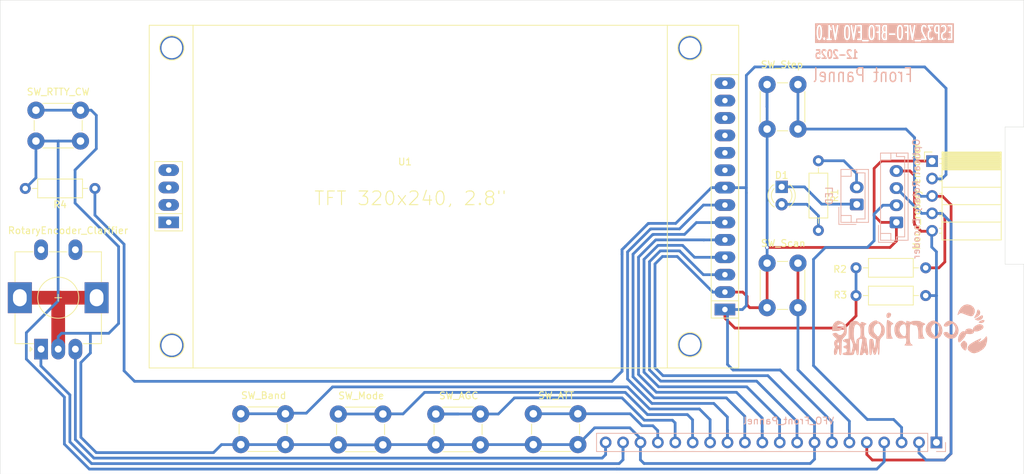
<source format=kicad_pcb>
(kicad_pcb (version 20241229) (generator "pcbnew") (generator_version "9.0")
  (layers (0 "F.Cu" signal) (2 "B.Cu" signal) (13 "F.Paste" user) (15 "B.Paste" user) (5 "F.SilkS" user "F.Silkscreen") (7 "B.SilkS" user "B.Silkscreen") (1 "F.Mask" user) (3 "B.Mask" user) (25 "Edge.Cuts" user))
  (net 0 "")
  (net 1 "MOSI")
  (net 2 "GND")
  (net 3 "SW_BAND")
  (net 4 "D{slash}C")
  (net 5 "SW_AGC")
  (net 6 "SCK")
  (net 7 "SW_STEP")
  (net 8 "SW_SCAN")
  (net 9 "SW_MODE")
  (net 10 "SW_ATT")
  (net 11 "CS")
  (net 12 "RST")
  (net 13 "+3.3V")
  (net 14 "CLK")
  (net 15 "+9V")
  (net 16 "DT")
  (net 17 "DT-2")
  (net 18 "SW_RTTY_CW")
  (net 20 "CLK-2")
  (net 31 "Net-(D1-A)")
  (net 32 "Net-(D1-K)")
  (net 33 "Net-(J1-Pin_2)")
  (footprint "Resistor_THT:R_Axial_DIN0207_L6.3mm_D2.5mm_P10.16mm_Horizontal" (layer "F.Cu") (at 193.294 100.6208)
    (property "Reference" "R3")
    (property "Value" "10K")
  )
  (footprint "LED_THT:LED_D3.0mm" (layer "F.Cu") (at 182.442 84.7598 -90)
    (property "Reference" "D1")
    (property "Value" "LED")
  )
  (footprint "Button_Switch_THT:SW_PUSH_6mm" (layer "F.Cu") (at 180.319 76.3258 90)
    (property "Reference" "SW7")
    (property "Value" "SW_Step")
  )
  (footprint "Button_Switch_THT:SW_PUSH_6mm" (layer "F.Cu") (at 138.4824 122.399 180)
    (property "Reference" "SW4")
    (property "Value" "SW_AGC")
  )
  (footprint "Resistor_THT:R_Axial_DIN0207_L6.3mm_D2.5mm_P10.16mm_Horizontal" (layer "F.Cu") (at 193.294 96.5708)
    (property "Reference" "R2")
    (property "Value" "10K")
  )
  (footprint "Button_Switch_THT:SW_PUSH_6mm" (layer "F.Cu") (at 124.2584 122.399 180)
    (property "Reference" "SW3")
    (property "Value" "SW_Mode")
  )
  (footprint "Resistor_THT:R_Axial_DIN0207_L6.3mm_D2.5mm_P10.16mm_Horizontal" (layer "F.Cu") (at 187.8014 80.9498 -90)
    (property "Reference" "R1")
    (property "Value" "R=Vled-2/20mA")
  )
  (footprint "Connector_PinSocket_2.54mm:PinSocket_1x05_P2.54mm_Horizontal" (layer "F.Cu") (at 208.588 81.706)
    (property "Reference" "J3" (hide yes))
    (property "Value" "Mecc_rotary encoder")
  )
  (footprint "Resistor_THT:R_Axial_DIN0207_L6.3mm_D2.5mm_P10.16mm_Horizontal" (layer "F.Cu") (at 82.2452 84.9884 180)
    (property "Reference" "R4")
    (property "Value" "10K")
  )
  (footprint "-Rotary_Encoder:RotaryEncoder_Alps_EC12E-Switch_Vertical_H20mm" (layer "F.Cu") (at 74.3904 108.4326 90)
    (property "Reference" "SW1")
    (property "Value" "RotaryEncoder_Clarifier")
  )
  (footprint "MountingHole:MountingHole_3.2mm_M3_DIN965" (layer "F.Cu") (at 212.8048 121.7246)
    (property "Reference" "H2" (hide yes))
    (property "Value" "MountingHole" (hide yes))
  )
  (footprint "MountingHole:MountingHole_3.2mm_M3_DIN965" (layer "F.Cu") (at 73.5 121.75)
    (property "Reference" "H4" (hide yes))
    (property "Value" "MountingHole" (hide yes))
  )
  (footprint "Button_Switch_THT:SW_PUSH_6mm" (layer "F.Cu") (at 110.0344 122.363 180)
    (property "Reference" "SW2")
    (property "Value" "SW_Band")
  )
  (footprint "Button_Switch_THT:SW_PUSH_6mm" (layer "F.Cu") (at 152.7064 122.363 180)
    (property "Reference" "SW5")
    (property "Value" "SW_ATT")
  )
  (footprint "-Display_Graphic:DISPLAY_TFT_ILI9341_2.8" (layer "F.Cu") (at 128.1622 86.1822)
    (property "Reference" "U1")
    (property "Value" "Ili9341_Module_TFT_320x240_Touch")
  )
  (footprint "Button_Switch_THT:SW_PUSH_6mm" (layer "F.Cu") (at 180.319 102.3862 90)
    (property "Reference" "SW6")
    (property "Value" "SW_Scan")
  )
  (footprint "MountingHole:MountingHole_3.2mm_M3_DIN965" (layer "F.Cu") (at 212.8048 62.5348)
    (property "Reference" "H1" (hide yes))
    (property "Value" "MountingHole" (hide yes))
  )
  (footprint "MountingHole:MountingHole_3.2mm_M3_DIN965" (layer "F.Cu") (at 73.5 62.5602)
    (property "Reference" "H3" (hide yes))
    (property "Value" "MountingHole" (hide yes))
  )
  (footprint "Button_Switch_THT:SW_PUSH_6mm" (layer "F.Cu") (at 73.6404 73.5748)
    (property "Reference" "SW8")
    (property "Value" "SW_RTTY_CW")
  )
  (footprint "Connector_JST:JST_EH_B2B-EH-A_1x02_P2.50mm_Vertical" (layer "B.Cu") (at 193.3956 87.3252 90)
    (property "Reference" "J1")
    (property "Value" "LED")
  )
  (footprint "Connector_PinHeader_2.54mm:PinHeader_1x20_P2.54mm_Vertical" (layer "B.Cu") (at 205.0226 122.047 90)
    (property "Reference" "J4")
    (property "Value" "VFO_Front_Pannel")
  )
  (footprint "Connector_JST:JST_EH_B4B-EH-A_1x04_P2.50mm_Vertical" (layer "B.Cu") (at 199.1806 89.9414 90)
    (property "Reference" "J2" (hide yes))
    (property "Value" "Optical Rotary Encoder")
  )
  (footprint "-Loghi personali:Scorpione Maker_40X20" (layer "B.Cu") (at 201.1934 105.918 180)
    (property "Reference" "G***" (hide yes))
    (property "Value" "LOGO" (hide yes))
  )
  (gr_line (start 217.7796 57.5202) (end 217.7796 76.0222) (stroke (width 0.05)) (layer "Edge.Cuts"))
  (gr_line (start 68.4214 57.5202) (end 68.4214 126.6744) (stroke (width 0.05)) (layer "Edge.Cuts"))
  (gr_line (start 217.7796 126.6744) (end 68.4214 126.6744) (stroke (width 0.05)) (layer "Edge.Cuts"))
  (gr_line (start 215.0364 76.0222) (end 215.0364 96.0374) (stroke (width 0.05)) (layer "Edge.Cuts"))
  (gr_line (start 217.7796 96.0374) (end 217.7796 126.6744) (stroke (width 0.05)) (layer "Edge.Cuts"))
  (gr_line (start 215.0364 96.0374) (end 217.7796 96.0374) (stroke (width 0.05)) (layer "Edge.Cuts"))
  (gr_line (start 217.7796 76.0222) (end 215.0364 76.0222) (stroke (width 0.05)) (layer "Edge.Cuts"))
  (gr_line (start 68.4214 57.5202) (end 217.7796 57.5202) (stroke (width 0.05)) (layer "Edge.Cuts"))
  (gr_text "ESP32_VFO-BFO_EVO V1.0" (at 197.4644 63.491825 0) (layer "B.SilkS" knockout) (effects (font (size 2 1) (thickness 0.25) (bold yes)) (justify bottom mirror)))
  (gr_text "Front Pannel" (at 201.6992 69.6416 0) (layer "B.SilkS") (effects (font (size 2 1.5) (thickness 0.2)) (justify left bottom mirror)))
  (gr_text "12-2025" (at 190.4492 66.1416 0) (layer "B.SilkS") (effects (font (size 1.2 0.9) (thickness 0.225) (bold yes)) (justify bottom mirror)))
  (segment (start 177.0602 118.2326) (end 174.3722 115.5446) (width 0.4) (layer "B.Cu") (net 1))
  (segment (start 160.7582 94.5814) (end 163.6202 91.7194) (width 0.4) (layer "B.Cu") (net 1))
  (segment (start 163.7412 91.6932) (end 168.2692 91.6932) (width 0.4) (layer "B.Cu") (net 1))
  (segment (start 177.0682 122.0627) (end 177.0602 122.0706) (width 0.4) (layer "B.Cu") (net 1))
  (segment (start 177.0826 122.0483) (end 177.0826 122.047) (width 0.4) (layer "B.Cu") (net 1))
  (segment (start 174.1466 89.9678) (end 174.1622 89.9522) (width 0.4) (layer "B.Cu") (net 1))
  (segment (start 172.2642 89.9678) (end 174.1466 89.9678) (width 0.4) (layer "B.Cu") (net 1))
  (segment (start 169.9952 89.9678) (end 172.2642 89.9678) (width 0.4) (layer "B.Cu") (net 1))
  (segment (start 177.0602 122.1446) (end 177.0602 122.0706) (width 0.4) (layer "B.Cu") (net 1))
  (segment (start 168.2692 91.6932) (end 169.9952 89.9678) (width 0.4) (layer "B.Cu") (net 1))
  (segment (start 177.0682 122.0627) (end 177.0826 122.0483) (width 0.4) (layer "B.Cu") (net 1))
  (segment (start 177.0602 122.0706) (end 177.0602 118.2326) (width 0.4) (layer "B.Cu") (net 1))
  (segment (start 177.0772 122.1616) (end 177.0602 122.1446) (width 0.4) (layer "B.Cu") (net 1))
  (segment (start 172.2642 89.9678) (end 174.5332 89.9678) (width 0.4) (layer "B.Cu") (net 1))
  (segment (start 163.7142 91.7194) (end 163.7412 91.6932) (width 0.4) (layer "B.Cu") (net 1))
  (segment (start 163.8392 115.5446) (end 160.7582 112.4642) (width 0.4) (layer "B.Cu") (net 1))
  (segment (start 174.3722 115.5446) (end 163.8392 115.5446) (width 0.4) (layer "B.Cu") (net 1))
  (segment (start 160.7582 112.4642) (end 160.7582 94.5814) (width 0.4) (layer "B.Cu") (net 1))
  (segment (start 163.6202 91.7194) (end 163.7142 91.7194) (width 0.4) (layer "B.Cu") (net 1))
  (segment (start 177.0762 122.0548) (end 177.0682 122.0627) (width 0.4) (layer "B.Cu") (net 1))
  (segment (start 177.4382 102.0318) (end 177.7926 102.3862) (width 0.4) (layer "F.Cu") (net 2))
  (segment (start 177.3874 100.7364) (end 177.3874 102.0318) (width 0.4) (layer "F.Cu") (net 2))
  (segment (start 177.7926 102.3862) (end 180.319 102.3862) (width 0.4) (layer "F.Cu") (net 2))
  (segment (start 195.9356 82.0674) (end 195.9356 88.9508) (width 0.4) (layer "F.Cu") (net 2))
  (segment (start 199.1806 92.6654) (end 199.1806 89.9414) (width 0.4) (layer "F.Cu") (net 2))
  (segment (start 204.3372 81.0568) (end 204.2708 80.9904) (width 0.4) (layer "F.Cu") (net 2))
  (segment (start 197.0126 80.9904) (end 195.9356 82.0674) (width 0.4) (layer "F.Cu") (net 2))
  (segment (start 177.3874 102.0318) (end 177.4382 102.0318) (width 0.4) (layer "F.Cu") (net 2))
  (segment (start 180.319 95.8862) (end 180.319 102.3862) (width 0.4) (layer "F.Cu") (net 2))
  (segment (start 176.7632 100.1122) (end 177.3874 100.7364) (width 0.4) (layer "F.Cu") (net 2))
  (segment (start 71.2904 100.9326) (end 77.1652 100.9326) (width 2) (layer "F.Cu") (net 2))
  (segment (start 196.9262 89.9414) (end 199.1806 89.9414) (width 0.4) (layer "F.Cu") (net 2))
  (segment (start 174.1622 100.1122) (end 176.7632 100.1122) (width 0.4) (layer "F.Cu") (net 2))
  (segment (start 198.247 93.599) (end 199.1806 92.6654) (width 0.4) (layer "F.Cu") (net 2))
  (segment (start 77.1652 100.9326) (end 82.4904 100.9326) (width 2) (layer "F.Cu") (net 2))
  (segment (start 204.2708 80.9904) (end 197.0126 80.9904) (width 0.4) (layer "F.Cu") (net 2))
  (segment (start 195.9356 88.9508) (end 196.9262 89.9414) (width 0.4) (layer "F.Cu") (net 2))
  (segment (start 76.8904 101.2074) (end 76.8904 108.4326) (width 2) (layer "F.Cu") (net 2))
  (segment (start 180.319 93.599) (end 198.247 93.599) (width 0.4) (layer "F.Cu") (net 2))
  (segment (start 77.1652 100.9326) (end 76.8904 101.2074) (width 2) (layer "F.Cu") (net 2))
  (via (at 180.319 93.599) (size 0.6) (drill 0.4) (layers "F.Cu" "B.Cu") (net 2))
  (segment (start 161.8362 121.4576) (end 161.8362 124.5946) (width 0.4) (layer "B.Cu") (net 2))
  (segment (start 146.2062 122.3626) (end 152.7062 122.3626) (width 0.4) (layer "B.Cu") (net 2))
  (segment (start 180.319 76.3258) (end 180.3192 76.3258) (width 0.4) (layer "B.Cu") (net 2))
  (segment (start 152.7062 122.3626) (end 155.1562 119.9134) (width 0.4) (layer "B.Cu") (net 2))
  (segment (start 117.7584 122.3986) (end 124.2582 122.3986) (width 0.4) (layer "B.Cu") (net 2))
  (segment (start 117.7584 122.399) (end 117.7584 122.3986) (width 0.4) (layer "B.Cu") (net 2))
  (segment (start 99.55 123.532) (end 82.4348 123.532) (width 0.4) (layer "B.Cu") (net 2))
  (segment (start 155.1562 119.9134) (end 160.2922 119.9134) (width 0.4) (layer "B.Cu") (net 2))
  (segment (start 110.0344 122.363) (end 110.0344 122.3626) (width 0.4) (layer "B.Cu") (net 2))
  (segment (start 199.186 89.936) (end 199.1806 89.9414) (width 0.4) (layer "B.Cu") (net 2))
  (segment (start 125.1892 122.3626) (end 131.9822 122.3626) (width 0.4) (layer "B.Cu") (net 2))
  (segment (start 131.9824 122.381) (end 131.9824 122.399) (width 0.4) (layer "B.Cu") (net 2))
  (segment (start 103.5348 122.3626) (end 103.5344 122.363) (width 0.4) (layer "B.Cu") (net 2))
  (segment (start 138.4822 122.3626) (end 146.2062 122.3626) (width 0.4) (layer "B.Cu") (net 2))
  (segment (start 124.2582 122.3986) (end 124.2582 122.399) (width 0.4) (layer "B.Cu") (net 2))
  (segment (start 131.9822 122.3808) (end 131.9824 122.381) (width 0.4) (layer "B.Cu") (net 2))
  (segment (start 103.5344 122.363) (end 100.719 122.363) (width 0.4) (layer "B.Cu") (net 2))
  (segment (start 131.9822 122.399) (end 131.9822 122.3808) (width 0.4) (layer "B.Cu") (net 2))
  (segment (start 187.2372 122.1616) (end 187.2372 120.6376) (width 0.4) (layer "B.Cu") (net 2))
  (segment (start 152.7062 121.8266) (end 152.7062 122.3626) (width 0.4) (layer "B.Cu") (net 2))
  (segment (start 174.5418 100.1122) (end 174.5452 100.1156) (width 0.4) (layer "B.Cu") (net 2))
  (segment (start 161.8362 124.5946) (end 162.362 125.1204) (width 0.4) (layer "B.Cu") (net 2))
  (segment (start 77.3876 106.1212) (end 76.893 106.6158) (width 0.4) (layer "B.Cu") (net 2))
  (segment (start 180.3192 73.0758) (end 180.3192 76.3258) (width 0.4) (layer "B.Cu") (net 2))
  (segment (start 172.404 100.1156) (end 174.5452 100.1156) (width 0.4) (layer "B.Cu") (net 2))
  (segment (start 82.4484 79.1972) (end 79.3496 82.296) (width 0.4) (layer "B.Cu") (net 2))
  (segment (start 138.4822 122.399) (end 138.4822 122.3626) (width 0.4) (layer "B.Cu") (net 2))
  (segment (start 110.0344 122.3626) (end 117.7224 122.3626) (width 0.4) (layer "B.Cu") (net 2))
  (segment (start 81.7028 73.5748) (end 82.4484 74.3204) (width 0.4) (layer "B.Cu") (net 2))
  (segment (start 85.6996 104.6988) (end 84.2772 106.1212) (width 0.4) (layer "B.Cu") (net 2))
  (segment (start 180.4292 112.3052) (end 165.1312 112.3052) (width 0.4) (layer "B.Cu") (net 2))
  (segment (start 124.2584 122.399) (end 124.2582 122.399) (width 0.4) (layer "B.Cu") (net 2))
  (segment (start 100.719 122.363) (end 99.55 123.532) (width 0.4) (layer "B.Cu") (net 2))
  (segment (start 131.9822 122.3626) (end 138.4822 122.3626) (width 0.4) (layer "B.Cu") (net 2))
  (segment (start 187.2372 120.6376) (end 187.2372 119.1136) (width 0.4) (layer "B.Cu") (net 2))
  (segment (start 174.5452 100.1156) (end 174.5452 100.116) (width 0.4) (layer "B.Cu") (net 2))
  (segment (start 162.362 125.1204) (end 186.6094 125.1204) (width 0.4) (layer "B.Cu") (net 2))
  (segment (start 152.7064 122.363) (end 152.7062 122.363) (width 0.4) (layer "B.Cu") (net 2))
  (segment (start 187.2372 119.1136) (end 180.4292 112.3052) (width 0.4) (layer "B.Cu") (net 2))
  (segment (start 110.0344 122.3626) (end 103.5348 122.3626) (width 0.4) (layer "B.Cu") (net 2))
  (segment (start 186.6094 125.1204) (end 187.2362 124.4936) (width 0.4) (layer "B.Cu") (net 2))
  (segment (start 187.2372 120.6376) (end 187.2362 120.6386) (width 0.4) (layer "B.Cu") (net 2))
  (segment (start 85.6996 93.472) (end 85.6996 104.6988) (width 0.4) (layer "B.Cu") (net 2))
  (segment (start 187.2362 122.0534) (end 187.2362 122.0548) (width 0.4) (layer "B.Cu") (net 2))
  (segment (start 167.2082 94.9198) (end 172.404 100.1156) (width 0.4) (layer "B.Cu") (net 2))
  (segment (start 73.6404 73.5748) (end 80.1404 73.5748) (width 0.4) (layer "B.Cu") (net 2))
  (segment (start 117.7224 122.3626) (end 117.7584 122.3986) (width 0.4) (layer "B.Cu") (net 2))
  (segment (start 160.2922 119.9134) (end 161.8362 121.4576) (width 0.4) (layer "B.Cu") (net 2))
  (segment (start 131.9822 122.3808) (end 131.9822 122.3626) (width 0.4) (layer "B.Cu") (net 2))
  (segment (start 153.2432 122.3646) (end 152.7062 121.8266) (width 0.4) (layer "B.Cu") (net 2))
  (segment (start 125.1532 122.3986) (end 125.1892 122.3626) (width 0.4) (layer "B.Cu") (net 2))
  (segment (start 146.2062 122.3626) (end 146.2062 122.363) (width 0.4) (layer "B.Cu") (net 2))
  (segment (start 163.9622 111.1371) (end 163.9622 96.0026) (width 0.4) (layer "B.Cu") (net 2))
  (segment (start 81.5848 109.002356) (end 81.5848 106.172) (width 0.4) (layer "B.Cu") (net 2))
  (segment (start 80.1952 121.2924) (end 80.1952 110.391956) (width 0.4) (layer "B.Cu") (net 2))
  (segment (start 165.1312 112.3052) (end 163.9622 111.1371) (width 0.4) (layer "B.Cu") (net 2))
  (segment (start 80.1404 73.5748) (end 81.7028 73.5748) (width 0.4) (layer "B.Cu") (net 2))
  (segment (start 79.3496 87.122) (end 85.6996 93.472) (width 0.4) (layer "B.Cu") (net 2))
  (segment (start 187.2362 124.4936) (end 187.2362 122.0548) (width 0.4) (layer "B.Cu") (net 2))
  (segment (start 84.2772 106.1212) (end 77.3876 106.1212) (width 0.4) (layer "B.Cu") (net 2))
  (segment (start 76.893 106.6158) (end 76.893 108.465) (width 0.4) (layer "B.Cu") (net 2))
  (segment (start 187.2362 120.6386) (end 187.2362 122.0548) (width 0.4) (layer "B.Cu") (net 2))
  (segment (start 180.319 93.599) (end 180.319 95.8862) (width 0.4) (layer "B.Cu") (net 2))
  (segment (start 180.319 76.3258) (end 180.319 93.599) (width 0.4) (layer "B.Cu") (net 2))
  (segment (start 124.2582 122.3986) (end 125.1532 122.3986) (width 0.4) (layer "B.Cu") (net 2))
  (segment (start 199.2252 89.936) (end 199.186 89.936) (width 0.4) (layer "B.Cu") (net 2))
  (segment (start 79.3496 82.296) (end 79.3496 87.122) (width 0.4) (layer "B.Cu") (net 2))
  (segment (start 163.9622 96.0026) (end 165.0452 94.9198) (width 0.4) (layer "B.Cu") (net 2))
  (segment (start 180.3192 73.0758) (end 180.319 73.0756) (width 0.4) (layer "B.Cu") (net 2))
  (segment (start 180.3192 69.8258) (end 180.3192 73.0758) (width 0.4) (layer "B.Cu") (net 2))
  (segment (start 82.4484 74.3204) (end 82.4484 79.1972) (width 0.4) (layer "B.Cu") (net 2))
  (segment (start 152.7062 122.363) (end 152.7062 122.3626) (width 0.4) (layer "B.Cu") (net 2))
  (segment (start 80.1952 110.391956) (end 81.5848 109.002356) (width 0.4) (layer "B.Cu") (net 2))
  (segment (start 82.4348 123.532) (end 80.1952 121.2924) (width 0.4) (layer "B.Cu") (net 2))
  (segment (start 146.2064 122.363) (end 146.2062 122.363) (width 0.4) (layer "B.Cu") (net 2))
  (segment (start 187.2426 122.047) (end 187.2362 122.0534) (width 0.4) (layer "B.Cu") (net 2))
  (segment (start 180.319 73.0756) (end 180.319 69.8258) (width 0.4) (layer "B.Cu") (net 2))
  (segment (start 165.0452 94.9198) (end 167.2082 94.9198) (width 0.4) (layer "B.Cu") (net 2))
  (segment (start 174.1622 100.1122) (end 174.5418 100.1122) (width 0.4) (layer "B.Cu") (net 2))
  (segment (start 172.0022 122.0474) (end 172.0022 122.0486) (width 0.4) (layer "B.Cu") (net 3))
  (segment (start 171.9802 122.1446) (end 171.9802 122.0706) (width 0.4) (layer "B.Cu") (net 3))
  (segment (start 171.9802 122.0706) (end 172.0022 122.0486) (width 0.4) (layer "B.Cu") (net 3))
  (segment (start 110.0344 117.8626) (end 110.0344 117.863) (width 0.4) (layer "B.Cu") (net 3))
  (segment (start 110.4706 117.7798) (end 110.0344 117.3436) (width 0.4) (layer "B.Cu") (net 3))
  (segment (start 163.1782 117.1702) (end 159.9512 113.9426) (width 0.4) (layer "B.Cu") (net 3))
  (segment (start 172.0022 118.7283) (end 170.4442 117.1702) (width 0.4) (layer "B.Cu") (net 3))
  (segment (start 116.9198 113.9426) (end 113.0826 117.7798) (width 0.4) (layer "B.Cu") (net 3))
  (segment (start 172.0026 122.047) (end 172.0022 122.0474) (width 0.4) (layer "B.Cu") (net 3))
  (segment (start 110.0344 117.3436) (end 110.0344 117.6031) (width 0.4) (layer "B.Cu") (net 3))
  (segment (start 171.9962 122.0548) (end 171.9802 122.0706) (width 0.4) (layer "B.Cu") (net 3))
  (segment (start 110.0344 117.8626) (end 103.5348 117.8626) (width 0.4) (layer "B.Cu") (net 3))
  (segment (start 110.0344 117.6031) (end 110.0344 117.8626) (width 0.4) (layer "B.Cu") (net 3))
  (segment (start 113.0826 117.7798) (end 110.4706 117.7798) (width 0.4) (layer "B.Cu") (net 3))
  (segment (start 171.9972 122.1616) (end 171.9802 122.1446) (width 0.4) (layer "B.Cu") (net 3))
  (segment (start 110.0344 117.6031) (end 110.0344 117.8626) (width 0.4) (layer "B.Cu") (net 3))
  (segment (start 103.5348 117.8626) (end 103.5344 117.863) (width 0.4) (layer "B.Cu") (net 3))
  (segment (start 170.4442 117.1702) (end 163.1782 117.1702) (width 0.4) (layer "B.Cu") (net 3))
  (segment (start 172.0022 122.0486) (end 172.0022 118.7283) (width 0.4) (layer "B.Cu") (net 3))
  (segment (start 159.9512 113.9426) (end 116.9198 113.9426) (width 0.4) (layer "B.Cu") (net 3))
  (segment (start 103.5348 117.8626) (end 103.5344 117.8626) (width 0.4) (layer "B.Cu") (net 3))
  (segment (start 171.0832 92.4942) (end 164.0722 92.4942) (width 0.4) (layer "B.Cu") (net 4))
  (segment (start 172.8147 92.496) (end 171.0842 92.496) (width 0.4) (layer "B.Cu") (net 4))
  (segment (start 179.6226 122.047) (end 179.6002 122.0694) (width 0.4) (layer "B.Cu") (net 4))
  (segment (start 179.6002 122.0694) (end 179.6002 122.1446) (width 0.4) (layer "B.Cu") (net 4))
  (segment (start 179.6002 120.3156) (end 179.6162 120.3314) (width 0.4) (layer "B.Cu") (net 4))
  (segment (start 174.1584 92.496) (end 174.1622 92.4922) (width 0.4) (layer "B.Cu") (net 4))
  (segment (start 179.6002 122.1446) (end 179.6172 122.1616) (width 0.4) (layer "B.Cu") (net 4))
  (segment (start 161.5592 112.1324) (end 164.1592 114.7318) (width 0.4) (layer "B.Cu") (net 4))
  (segment (start 164.1592 114.7318) (end 175.8462 114.7318) (width 0.4) (layer "B.Cu") (net 4))
  (segment (start 179.6162 120.3314) (end 179.6162 122.0548) (width 0.4) (layer "B.Cu") (net 4))
  (segment (start 174.5452 92.496) (end 172.8147 92.496) (width 0.4) (layer "B.Cu") (net 4))
  (segment (start 161.5592 95.0072) (end 161.5592 112.1324) (width 0.4) (layer "B.Cu") (net 4))
  (segment (start 164.0722 92.4942) (end 161.5592 95.0072) (width 0.4) (layer "B.Cu") (net 4))
  (segment (start 179.6002 118.4866) (end 179.6002 120.3156) (width 0.4) (layer "B.Cu") (net 4))
  (segment (start 171.0842 92.496) (end 171.0832 92.4942) (width 0.4) (layer "B.Cu") (net 4))
  (segment (start 179.6002 120.3156) (end 179.6002 122.1446) (width 0.4) (layer "B.Cu") (net 4))
  (segment (start 172.8147 92.496) (end 174.1584 92.496) (width 0.4) (layer "B.Cu") (net 4))
  (segment (start 175.8462 114.7318) (end 179.6002 118.4866) (width 0.4) (layer "B.Cu") (net 4))
  (segment (start 166.9002 119.1976) (end 166.9002 122.1446) (width 0.4) (layer "B.Cu") (net 5))
  (segment (start 131.9822 117.8986) (end 135.2322 117.8986) (width 0.4) (layer "B.Cu") (net 5))
  (segment (start 141.1062 117.8986) (end 143.4602 115.5446) (width 0.4) (layer "B.Cu") (net 5))
  (segment (start 166.9162 122.0534) (end 166.9162 122.0548) (width 0.4) (layer "B.Cu") (net 5))
  (segment (start 138.4822 117.8986) (end 139.2073 117.8986) (width 0.4) (layer "B.Cu") (net 5))
  (segment (start 143.4602 115.5446) (end 159.1502 115.5446) (width 0.4) (layer "B.Cu") (net 5))
  (segment (start 139.2073 117.8986) (end 138.4828 117.8986) (width 0.4) (layer "B.Cu") (net 5))
  (segment (start 135.2322 117.8986) (end 138.4822 117.8986) (width 0.4) (layer "B.Cu") (net 5))
  (segment (start 138.4828 117.8986) (end 138.4824 117.899) (width 0.4) (layer "B.Cu") (net 5))
  (segment (start 138.4822 117.8986) (end 138.4822 117.899) (width 0.4) (layer "B.Cu") (net 5))
  (segment (start 166.9226 122.047) (end 166.9162 122.0534) (width 0.4) (layer "B.Cu") (net 5))
  (segment (start 166.9002 122.1446) (end 166.9172 122.1616) (width 0.4) (layer "B.Cu") (net 5))
  (segment (start 131.9828 117.8986) (end 131.9824 117.899) (width 0.4) (layer "B.Cu") (net 5))
  (segment (start 159.1502 115.5446) (end 162.4142 118.8086) (width 0.4) (layer "B.Cu") (net 5))
  (segment (start 135.2322 117.8986) (end 131.9828 117.8986) (width 0.4) (layer "B.Cu") (net 5))
  (segment (start 162.4142 118.8086) (end 166.5112 118.8086) (width 0.4) (layer "B.Cu") (net 5))
  (segment (start 166.9002 122.0706) (end 166.9002 122.1446) (width 0.4) (layer "B.Cu") (net 5))
  (segment (start 166.9162 122.0548) (end 166.9002 122.0706) (width 0.4) (layer "B.Cu") (net 5))
  (segment (start 131.9822 117.899) (end 131.9822 117.8986) (width 0.4) (layer "B.Cu") (net 5))
  (segment (start 166.5112 118.8086) (end 166.9002 119.1976) (width 0.4) (layer "B.Cu") (net 5))
  (segment (start 139.2073 117.8986) (end 141.1062 117.8986) (width 0.4) (layer "B.Cu") (net 5))
  (segment (start 174.5202 118.3346) (end 172.5432 116.3574) (width 0.4) (layer "B.Cu") (net 6))
  (segment (start 159.9572 94.2496) (end 163.2892 90.9184) (width 0.4) (layer "B.Cu") (net 6))
  (segment (start 163.3832 90.9184) (end 163.4092 90.8922) (width 0.4) (layer "B.Cu") (net 6))
  (segment (start 163.2892 90.9184) (end 163.3832 90.9184) (width 0.4) (layer "B.Cu") (net 6))
  (segment (start 174.5202 122.0694) (end 174.5202 122.1446) (width 0.4) (layer "B.Cu") (net 6))
  (segment (start 174.5202 122.1446) (end 174.5202 120.2396) (width 0.4) (layer "B.Cu") (net 6))
  (segment (start 163.4092 90.8922) (end 167.5462 90.8922) (width 0.4) (layer "B.Cu") (net 6))
  (segment (start 174.5202 120.2396) (end 174.5362 120.2554) (width 0.4) (layer "B.Cu") (net 6))
  (segment (start 174.1584 87.416) (end 174.1622 87.4122) (width 0.4) (layer "B.Cu") (net 6))
  (segment (start 173.5037 87.416) (end 174.5452 87.416) (width 0.4) (layer "B.Cu") (net 6))
  (segment (start 174.5372 122.1616) (end 174.5202 122.1446) (width 0.4) (layer "B.Cu") (net 6))
  (segment (start 173.5037 87.416) (end 174.1584 87.416) (width 0.4) (layer "B.Cu") (net 6))
  (segment (start 159.9572 112.796) (end 159.9572 94.2496) (width 0.4) (layer "B.Cu") (net 6))
  (segment (start 163.5192 116.3574) (end 159.9572 112.796) (width 0.4) (layer "B.Cu") (net 6))
  (segment (start 171.0232 87.416) (end 173.5037 87.416) (width 0.4) (layer "B.Cu") (net 6))
  (segment (start 167.5462 90.8922) (end 171.0232 87.416) (width 0.4) (layer "B.Cu") (net 6))
  (segment (start 174.5426 122.047) (end 174.5202 122.0694) (width 0.4) (layer "B.Cu") (net 6))
  (segment (start 174.5362 120.2554) (end 174.5362 122.0548) (width 0.4) (layer "B.Cu") (net 6))
  (segment (start 174.5202 120.2396) (end 174.5202 118.3346) (width 0.4) (layer "B.Cu") (net 6))
  (segment (start 172.5432 116.3574) (end 163.5192 116.3574) (width 0.4) (layer "B.Cu") (net 6))
  (segment (start 195.6754 124.6124) (end 194.8626 123.7996) (width 0.4) (layer "F.Cu") (net 7))
  (segment (start 204.3372 86.1368) (end 205.9232 86.1368) (width 0.4) (layer "F.Cu") (net 7))
  (segment (start 207.1624 87.376) (end 207.1624 123.6472) (width 0.4) (layer "F.Cu") (net 7))
  (segment (start 207.1624 123.6472) (end 206.1972 124.6124) (width 0.4) (layer "F.Cu") (net 7))
  (segment (start 194.8626 123.7996) (end 194.8626 122.047) (width 0.4) (layer "F.Cu") (net 7))
  (segment (start 205.9232 86.1368) (end 207.1624 87.376) (width 0.4) (layer "F.Cu") (net 7))
  (segment (start 206.1972 124.6124) (end 195.6754 124.6124) (width 0.4) (layer "F.Cu") (net 7))
  (segment (start 184.8192 69.8258) (end 184.8192 76.3258) (width 0.4) (layer "B.Cu") (net 7))
  (segment (start 184.819 76.3258) (end 200.5826 76.3258) (width 0.4) (layer "B.Cu") (net 7))
  (segment (start 184.819 69.8258) (end 184.8192 69.8258) (width 0.4) (layer "B.Cu") (net 7))
  (segment (start 202.712 86.1368) (end 204.3372 86.1368) (width 0.4) (layer "B.Cu") (net 7))
  (segment (start 184.819 76.3258) (end 184.8192 76.3258) (width 0.4) (layer "B.Cu") (net 7))
  (segment (start 201.8284 85.2424) (end 202.7174 86.1314) (width 0.4) (layer "B.Cu") (net 7))
  (segment (start 201.8284 77.5716) (end 201.8284 85.2424) (width 0.4) (layer "B.Cu") (net 7))
  (segment (start 202.7174 86.1314) (end 202.712 86.1368) (width 0.4) (layer "B.Cu") (net 7))
  (segment (start 200.5826 76.3258) (end 201.8284 77.5716) (width 0.4) (layer "B.Cu") (net 7))
  (segment (start 184.819 102.3862) (end 184.819 95.8862) (width 0.4) (layer "F.Cu") (net 8))
  (segment (start 184.819 111.4446) (end 192.3226 118.9482) (width 0.4) (layer "B.Cu") (net 8))
  (segment (start 184.819 95.8862) (end 184.8192 95.8862) (width 0.4) (layer "B.Cu") (net 8))
  (segment (start 184.819 102.3862) (end 184.819 111.4446) (width 0.4) (layer "B.Cu") (net 8))
  (segment (start 192.3226 118.9482) (end 192.3226 122.047) (width 0.4) (layer "B.Cu") (net 8))
  (segment (start 184.819 102.3862) (end 184.8192 102.3862) (width 0.4) (layer "B.Cu") (net 8))
  (segment (start 117.7588 117.8986) (end 117.7584 117.899) (width 0.4) (layer "B.Cu") (net 9))
  (segment (start 124.2584 117.899) (end 124.2582 117.899) (width 0.4) (layer "B.Cu") (net 9))
  (segment (start 168.6832 117.983) (end 162.8582 117.983) (width 0.4) (layer "B.Cu") (net 9))
  (segment (start 130.3422 114.7436) (end 127.2052 117.8814) (width 0.4) (layer "B.Cu") (net 9))
  (segment (start 169.4626 122.047) (end 169.4562 122.0534) (width 0.4) (layer "B.Cu") (net 9))
  (segment (start 169.4562 122.0534) (end 169.4562 122.0548) (width 0.4) (layer "B.Cu") (net 9))
  (segment (start 127.2052 117.8814) (end 124.2752 117.8814) (width 0.4) (layer "B.Cu") (net 9))
  (segment (start 169.4402 122.1446) (end 169.4402 122.0706) (width 0.4) (layer "B.Cu") (net 9))
  (segment (start 124.2752 117.8814) (end 124.2582 117.8986) (width 0.4) (layer "B.Cu") (net 9))
  (segment (start 169.4402 122.0706) (end 169.4402 118.7406) (width 0.4) (layer "B.Cu") (net 9))
  (segment (start 117.7588 117.8986) (end 117.7584 117.8986) (width 0.4) (layer "B.Cu") (net 9))
  (segment (start 124.2582 117.8986) (end 117.7588 117.8986) (width 0.4) (layer "B.Cu") (net 9))
  (segment (start 124.2582 117.8986) (end 124.2582 117.899) (width 0.4) (layer "B.Cu") (net 9))
  (segment (start 169.4402 118.7406) (end 168.6832 117.983) (width 0.4) (layer "B.Cu") (net 9))
  (segment (start 159.6192 114.7436) (end 130.3422 114.7436) (width 0.4) (layer "B.Cu") (net 9))
  (segment (start 169.4562 122.0548) (end 169.4402 122.0706) (width 0.4) (layer "B.Cu") (net 9))
  (segment (start 162.8582 117.983) (end 159.6192 114.7436) (width 0.4) (layer "B.Cu") (net 9))
  (segment (start 169.4572 122.1616) (end 169.4402 122.1446) (width 0.4) (layer "B.Cu") (net 9))
  (segment (start 152.7062 117.8626) (end 152.7062 117.863) (width 0.4) (layer "B.Cu") (net 10))
  (segment (start 164.3762 122.0548) (end 164.3682 122.0627) (width 0.4) (layer "B.Cu") (net 10))
  (segment (start 164.3772 122.1616) (end 164.3602 122.1446) (width 0.4) (layer "B.Cu") (net 10))
  (segment (start 163.6542 119.6096) (end 162.0822 119.6096) (width 0.4) (layer "B.Cu") (net 10))
  (segment (start 152.7064 117.863) (end 152.7062 117.863) (width 0.4) (layer "B.Cu") (net 10))
  (segment (start 146.2062 117.8626) (end 152.7062 117.8626) (width 0.4) (layer "B.Cu") (net 10))
  (segment (start 160.3352 117.8626) (end 152.7062 117.8626) (width 0.4) (layer "B.Cu") (net 10))
  (segment (start 162.0822 119.6096) (end 160.3352 117.8626) (width 0.4) (layer "B.Cu") (net 10))
  (segment (start 164.3826 122.0483) (end 164.3826 122.047) (width 0.4) (layer "B.Cu") (net 10))
  (segment (start 164.3682 122.0627) (end 164.3602 122.0706) (width 0.4) (layer "B.Cu") (net 10))
  (segment (start 164.3602 120.3156) (end 163.6542 119.6096) (width 0.4) (layer "B.Cu") (net 10))
  (segment (start 164.3602 122.1446) (end 164.3602 122.0706) (width 0.4) (layer "B.Cu") (net 10))
  (segment (start 146.2064 117.863) (end 146.2062 117.863) (width 0.4) (layer "B.Cu") (net 10))
  (segment (start 164.3682 122.0627) (end 164.3826 122.0483) (width 0.4) (layer "B.Cu") (net 10))
  (segment (start 146.2062 117.863) (end 146.2062 117.8626) (width 0.4) (layer "B.Cu") (net 10))
  (segment (start 164.3602 122.0706) (end 164.3602 120.3156) (width 0.4) (layer "B.Cu") (net 10))
  (segment (start 171.0162 97.5756) (end 167.5592 94.1188) (width 0.4) (layer "B.Cu") (net 11))
  (segment (start 173.5037 97.5756) (end 171.0162 97.5756) (width 0.4) (layer "B.Cu") (net 11))
  (segment (start 184.6802 118.9946) (end 184.6802 122.0706) (width 0.4) (layer "B.Cu") (net 11))
  (segment (start 174.5452 97.5756) (end 173.5037 97.5756) (width 0.4) (layer "B.Cu") (net 11))
  (segment (start 174.1588 97.5756) (end 174.1622 97.5722) (width 0.4) (layer "B.Cu") (net 11))
  (segment (start 184.6962 122.0548) (end 184.6802 122.0706) (width 0.4) (layer "B.Cu") (net 11))
  (segment (start 184.7026 122.047) (end 184.6962 122.0534) (width 0.4) (layer "B.Cu") (net 11))
  (segment (start 184.6962 122.0534) (end 184.6962 122.0548) (width 0.4) (layer "B.Cu") (net 11))
  (segment (start 184.6802 122.1446) (end 184.6972 122.1616) (width 0.4) (layer "B.Cu") (net 11))
  (segment (start 164.7992 113.1062) (end 178.7922 113.1062) (width 0.4) (layer "B.Cu") (net 11))
  (segment (start 178.7922 113.1062) (end 184.6802 118.9946) (width 0.4) (layer "B.Cu") (net 11))
  (segment (start 164.7362 94.0962) (end 163.1612 95.6708) (width 0.4) (layer "B.Cu") (net 11))
  (segment (start 174.5452 97.576) (end 174.5452 97.5756) (width 0.4) (layer "B.Cu") (net 11))
  (segment (start 167.5362 94.0962) (end 164.7362 94.0962) (width 0.4) (layer "B.Cu") (net 11))
  (segment (start 184.6802 122.0706) (end 184.6802 122.1446) (width 0.4) (layer "B.Cu") (net 11))
  (segment (start 167.5592 94.1188) (end 167.5362 94.0962) (width 0.4) (layer "B.Cu") (net 11))
  (segment (start 163.1612 95.6708) (end 163.1612 111.4689) (width 0.4) (layer "B.Cu") (net 11))
  (segment (start 163.1612 111.4689) (end 164.7992 113.1062) (width 0.4) (layer "B.Cu") (net 11))
  (segment (start 173.5037 97.5756) (end 174.1588 97.5756) (width 0.4) (layer "B.Cu") (net 11))
  (segment (start 172.1372 95.0351) (end 174.1593 95.0351) (width 0.4) (layer "B.Cu") (net 12))
  (segment (start 174.5452 95.0359) (end 174.5452 95.036) (width 0.4) (layer "B.Cu") (net 12))
  (segment (start 177.3482 113.9308) (end 182.1402 118.723) (width 0.4) (layer "B.Cu") (net 12))
  (segment (start 167.9902 93.2952) (end 164.4042 93.2952) (width 0.4) (layer "B.Cu") (net 12))
  (segment (start 182.1562 122.0534) (end 182.1562 122.0548) (width 0.4) (layer "B.Cu") (net 12))
  (segment (start 162.3602 111.8006) (end 164.4912 113.9308) (width 0.4) (layer "B.Cu") (net 12))
  (segment (start 182.1402 122.1446) (end 182.1572 122.1616) (width 0.4) (layer "B.Cu") (net 12))
  (segment (start 174.5442 95.0351) (end 174.5452 95.0359) (width 0.4) (layer "B.Cu") (net 12))
  (segment (start 182.1402 118.723) (end 182.1402 122.0706) (width 0.4) (layer "B.Cu") (net 12))
  (segment (start 174.5452 95.036) (end 174.5442 95.0351) (width 0.4) (layer "B.Cu") (net 12))
  (segment (start 182.1402 122.0706) (end 182.1402 122.1446) (width 0.4) (layer "B.Cu") (net 12))
  (segment (start 169.7302 95.0351) (end 167.9902 93.2952) (width 0.4) (layer "B.Cu") (net 12))
  (segment (start 164.4042 93.2952) (end 162.3602 95.339) (width 0.4) (layer "B.Cu") (net 12))
  (segment (start 164.4912 113.9308) (end 177.3482 113.9308) (width 0.4) (layer "B.Cu") (net 12))
  (segment (start 172.1372 95.0351) (end 169.7302 95.0351) (width 0.4) (layer "B.Cu") (net 12))
  (segment (start 182.1626 122.047) (end 182.1562 122.0534) (width 0.4) (layer "B.Cu") (net 12))
  (segment (start 172.1372 95.0351) (end 174.5442 95.0351) (width 0.4) (layer "B.Cu") (net 12))
  (segment (start 182.1562 122.0548) (end 182.1402 122.0706) (width 0.4) (layer "B.Cu") (net 12))
  (segment (start 174.1593 95.0351) (end 174.1622 95.0322) (width 0.4) (layer "B.Cu") (net 12))
  (segment (start 162.3602 95.339) (end 162.3602 111.8006) (width 0.4) (layer "B.Cu") (net 12))
  (segment (start 191.516 105.3592) (end 175.6156 105.3592) (width 0.4) (layer "F.Cu") (net 13))
  (segment (start 175.6156 105.3592) (end 174.1622 103.9058) (width 0.4) (layer "F.Cu") (net 13))
  (segment (start 193.294 103.5812) (end 191.516 105.3592) (width 0.4) (layer "F.Cu") (net 13))
  (segment (start 174.1622 103.9058) (end 174.1622 102.6522) (width 0.4) (layer "F.Cu") (net 13))
  (segment (start 193.294 100.6208) (end 193.294 103.5812) (width 0.4) (layer "F.Cu") (net 13))
  (segment (start 162.957471 90.1174) (end 162.957415 90.1174) (width 0.4) (layer "B.Cu") (net 13))
  (segment (start 189.7826 122.0494) (end 189.7826 122.047) (width 0.4) (layer "B.Cu") (net 13))
  (segment (start 206.4258 82.9818) (end 205.8108 83.5968) (width 0.4) (layer "B.Cu") (net 13))
  (segment (start 159.156239 93.917776) (end 159.1562 93.917815) (width 0.4) (layer "B.Cu") (net 13))
  (segment (start 189.7772 119.1006) (end 189.7772 122.0548) (width 0.4) (layer "B.Cu") (net 13))
  (segment (start 189.7772 119.0448) (end 189.7772 119.1006) (width 0.4) (layer "B.Cu") (net 13))
  (segment (start 174.5432 84.8742) (end 174.5442 84.8751) (width 0.4) (layer "B.Cu") (net 13))
  (segment (start 174.5452 84.8759) (end 174.5452 84.876) (width 0.4) (layer "B.Cu") (net 13))
  (segment (start 174.5442 84.8751) (end 174.5452 84.8759) (width 0.4) (layer "B.Cu") (net 13))
  (segment (start 176.7132 102.6556) (end 177.2862 102.0826) (width 0.4) (layer "B.Cu") (net 13))
  (segment (start 159.397458 93.676557) (end 159.156239 93.917718) (width 0.4) (layer "B.Cu") (net 13))
  (segment (start 159.1562 111.6586) (end 157.6832 113.1316) (width 0.4) (layer "B.Cu") (net 13))
  (segment (start 174.5462 102.6556) (end 174.5457 102.6558) (width 0.4) (layer "B.Cu") (net 13))
  (segment (start 175.3552 111.4806) (end 182.1952 111.4806) (width 0.4) (layer "B.Cu") (net 13))
  (segment (start 88.0364 113.1316) (end 86.5006 111.5958) (width 0.4) (layer "B.Cu") (net 13))
  (segment (start 174.5457 102.6558) (end 174.5452 102.656) (width 0.4) (layer "B.Cu") (net 13))
  (segment (start 182.2132 111.4806) (end 189.7772 119.0448) (width 0.4) (layer "B.Cu") (net 13))
  (segment (start 174.5452 102.6556) (end 174.5462 102.6556) (width 0.4) (layer "B.Cu") (net 13))
  (segment (start 178.5112 67.2592) (end 203.3016 67.2592) (width 0.4) (layer "B.Cu") (net 13))
  (segment (start 174.1622 84.8722) (end 174.5412 84.8722) (width 0.4) (layer "B.Cu") (net 13))
  (segment (start 162.957415 90.1174) (end 162.724559 90.350256) (width 0.4) (layer "B.Cu") (net 13))
  (segment (start 189.7772 122.0548) (end 189.7826 122.0494) (width 0.4) (layer "B.Cu") (net 13))
  (segment (start 174.5462 102.6556) (end 176.7132 102.6556) (width 0.4) (layer "B.Cu") (net 13))
  (segment (start 174.1622 84.8722) (end 172.1986 84.8722) (width 0.4) (layer "B.Cu") (net 13))
  (segment (start 193.294 96.5708) (end 193.294 100.6208) (width 0.4) (layer "B.Cu") (net 13))
  (segment (start 166.9796 90.0912) (end 163.077415 90.0912) (width 0.4) (layer "B.Cu") (net 13))
  (segment (start 174.5442 84.8751) (end 174.5452 84.876) (width 0.4) (layer "B.Cu") (net 13))
  (segment (start 162.724559 90.350256) (end 159.62547 93.4486) (width 0.4) (layer "B.Cu") (net 13))
  (segment (start 86.5006 93.140214) (end 82.2452 88.884814) (width 0.4) (layer "B.Cu") (net 13))
  (segment (start 174.3555 102.8458) (end 174.5422 103.0326) (width 0.4) (layer "B.Cu") (net 13))
  (segment (start 159.62547 93.4486) (end 159.625415 93.4486) (width 0.4) (layer "B.Cu") (net 13))
  (segment (start 159.1562 94.245304) (end 159.15616 94.581289) (width 0.4) (layer "B.Cu") (net 13))
  (segment (start 82.2452 88.884814) (end 82.2452 84.9884) (width 0.4) (layer "B.Cu") (net 13))
  (segment (start 189.7762 122.0548) (end 189.7772 122.0548) (width 0.4) (layer "B.Cu") (net 13))
  (segment (start 174.1622 102.6522) (end 174.3555 102.8458) (width 0.4) (layer "B.Cu") (net 13))
  (segment (start 157.6832 113.1316) (end 88.0364 113.1316) (width 0.4) (layer "B.Cu") (net 13))
  (segment (start 159.625415 93.4486) (end 159.397458 93.676557) (width 0.4) (layer "B.Cu") (net 13))
  (segment (start 203.3016 67.2592) (end 206.4258 70.3834) (width 0.4) (layer "B.Cu") (net 13))
  (segment (start 174.5455 102.6558) (end 174.3555 102.8458) (width 0.4) (layer "B.Cu") (net 13))
  (segment (start 177.2862 85.6372) (end 177.2862 68.4842) (width 0.4) (layer "B.Cu") (net 13))
  (segment (start 177.2862 102.0826) (end 177.2862 85.6372) (width 0.4) (layer "B.Cu") (net 13))
  (segment (start 86.5006 111.5958) (end 86.5006 93.140214) (width 0.4) (layer "B.Cu") (net 13))
  (segment (start 174.5422 103.0326) (end 174.5422 110.6678) (width 0.4) (layer "B.Cu") (net 13))
  (segment (start 159.1562 93.917815) (end 159.1562 94.245304) (width 0.4) (layer "B.Cu") (net 13))
  (segment (start 159.15616 94.581289) (end 159.1562 94.581329) (width 0.4) (layer "B.Cu") (net 13))
  (segment (start 159.1562 94.581329) (end 159.1562 111.6586) (width 0.4) (layer "B.Cu") (net 13))
  (segment (start 174.5422 110.6678) (end 175.3552 111.4806) (width 0.4) (layer "B.Cu") (net 13))
  (segment (start 177.2862 84.876) (end 174.5452 84.876) (width 0.4) (layer "B.Cu") (net 13))
  (segment (start 206.4258 70.3834) (end 206.4258 82.9818) (width 0.4) (layer "B.Cu") (net 13))
  (segment (start 182.1952 111.4806) (end 182.2132 111.4806) (width 0.4) (layer "B.Cu") (net 13))
  (segment (start 162.957511 90.11736) (end 162.957471 90.1174) (width 0.4) (layer "B.Cu") (net 13))
  (segment (start 174.5457 102.6558) (end 174.5455 102.6558) (width 0.4) (layer "B.Cu") (net 13))
  (segment (start 172.1986 84.8722) (end 166.9796 90.0912) (width 0.4) (layer "B.Cu") (net 13))
  (segment (start 205.8108 83.5968) (end 204.3372 83.5968) (width 0.4) (layer "B.Cu") (net 13))
  (segment (start 182.1952 111.4806) (end 182.2132 111.4806) (width 0.4) (layer "B.Cu") (net 13))
  (segment (start 189.7772 122.0548) (end 189.7772 122.1616) (width 0.4) (layer "B.Cu") (net 13))
  (segment (start 174.5412 84.8722) (end 174.5432 84.8742) (width 0.4) (layer "B.Cu") (net 13))
  (segment (start 163.077415 90.0912) (end 163.051244 90.117371) (width 0.4) (layer "B.Cu") (net 13))
  (segment (start 163.051244 90.117371) (end 162.957511 90.11736) (width 0.4) (layer "B.Cu") (net 13))
  (segment (start 177.2862 68.4842) (end 178.5112 67.2592) (width 0.4) (layer "B.Cu") (net 13))
  (segment (start 159.156239 93.917718) (end 159.156239 93.917776) (width 0.4) (layer "B.Cu") (net 13))
  (segment (start 204.3172 91.2368) (end 204.3372 91.2168) (width 0.4) (layer "F.Cu") (net 14))
  (segment (start 201.8284 83.1088) (end 201.8284 90.2716) (width 0.4) (layer "F.Cu") (net 14))
  (segment (start 202.7936 91.2368) (end 204.3172 91.2368) (width 0.4) (layer "F.Cu") (net 14))
  (segment (start 201.8284 90.2716) (end 202.7936 91.2368) (width 0.4) (layer "F.Cu") (net 14))
  (segment (start 199.1806 82.4414) (end 201.161 82.4414) (width 0.4) (layer "F.Cu") (net 14))
  (segment (start 201.161 82.4414) (end 201.8284 83.1088) (width 0.4) (layer "F.Cu") (net 14))
  (segment (start 203.454 100.6208) (end 205.0082 100.6208) (width 0.4) (layer "B.Cu") (net 14))
  (segment (start 205.0222 94.2274) (end 205.0222 100.6348) (width 0.4) (layer "B.Cu") (net 14))
  (segment (start 204.3372 91.2168) (end 204.3372 93.5424) (width 0.4) (layer "B.Cu") (net 14))
  (segment (start 205.0082 100.6208) (end 205.0222 100.6348) (width 0.4) (layer "B.Cu") (net 14))
  (segment (start 205.0222 100.6348) (end 205.0222 122.047) (width 0.4) (layer "B.Cu") (net 14))
  (segment (start 199.1806 82.4414) (end 199.2198 82.4414) (width 0.4) (layer "B.Cu") (net 14))
  (segment (start 204.3372 93.5424) (end 205.0222 94.2274) (width 0.4) (layer "B.Cu") (net 14))
  (segment (start 205.0222 122.047) (end 205.0226 122.047) (width 0.4) (layer "B.Cu") (net 14))
  (segment (start 199.2198 82.4414) (end 199.2252 82.436) (width 0.4) (layer "B.Cu") (net 14))
  (segment (start 195.9356 88.716) (end 197.2102 87.4414) (width 0.4) (layer "B.Cu") (net 15))
  (segment (start 188.8174 93.599) (end 194.945 93.599) (width 0.4) (layer "B.Cu") (net 15))
  (segment (start 199.9426 119.8626) (end 198.7742 118.6942) (width 0.4) (layer "B.Cu") (net 15))
  (segment (start 187.0902 110.8456) (end 187.0902 95.3262) (width 0.4) (layer "B.Cu") (net 15))
  (segment (start 195.9356 92.6084) (end 195.9356 88.716) (width 0.4) (layer "B.Cu") (net 15))
  (segment (start 199.9426 122.047) (end 199.9426 119.8626) (width 0.4) (layer "B.Cu") (net 15))
  (segment (start 198.2867 87.436) (end 199.1752 87.436) (width 0.4) (layer "B.Cu") (net 15))
  (segment (start 199.1752 87.436) (end 199.1806 87.4414) (width 0.4) (layer "B.Cu") (net 15))
  (segment (start 194.945 93.599) (end 195.9356 92.6084) (width 0.4) (layer "B.Cu") (net 15))
  (segment (start 197.2102 87.4414) (end 199.1806 87.4414) (width 0.4) (layer "B.Cu") (net 15))
  (segment (start 187.0902 95.3262) (end 188.8174 93.599) (width 0.4) (layer "B.Cu") (net 15))
  (segment (start 198.7742 118.6942) (end 194.9388 118.6942) (width 0.4) (layer "B.Cu") (net 15))
  (segment (start 194.9388 118.6942) (end 187.0902 110.8456) (width 0.4) (layer "B.Cu") (net 15))
  (segment (start 198.2867 87.436) (end 198.2813 87.4414) (width 0.4) (layer "B.Cu") (net 15))
  (segment (start 199.2252 87.436) (end 198.2867 87.436) (width 0.4) (layer "B.Cu") (net 15))
  (segment (start 205.8216 88.626) (end 204.388 88.626) (width 0.4) (layer "F.Cu") (net 16))
  (segment (start 206.248 89.0524) (end 205.8216 88.626) (width 0.4) (layer "F.Cu") (net 16))
  (segment (start 206.248 95.7072) (end 206.248 89.0524) (width 0.4) (layer "F.Cu") (net 16))
  (segment (start 203.454 96.5708) (end 205.3844 96.5708) (width 0.4) (layer "F.Cu") (net 16))
  (segment (start 205.3844 96.5708) (end 206.248 95.7072) (width 0.4) (layer "F.Cu") (net 16))
  (segment (start 199.1806 84.9414) (end 202.8652 88.626) (width 0.4) (layer "B.Cu") (net 16))
  (segment (start 207.1624 89.9668) (end 207.1624 123.6472) (width 0.4) (layer "B.Cu") (net 16))
  (segment (start 199.2252 84.936) (end 199.186 84.936) (width 0.4) (layer "B.Cu") (net 16))
  (segment (start 206.1972 124.6124) (end 203.5048 124.6124) (width 0.4) (layer "B.Cu") (net 16))
  (segment (start 199.186 84.936) (end 199.1806 84.9414) (width 0.4) (layer "B.Cu") (net 16))
  (segment (start 203.5048 124.6124) (end 202.4826 123.5902) (width 0.4) (layer "B.Cu") (net 16))
  (segment (start 202.4826 123.5902) (end 202.4826 122.047) (width 0.4) (layer "B.Cu") (net 16))
  (segment (start 205.8216 88.626) (end 207.1624 89.9668) (width 0.4) (layer "B.Cu") (net 16))
  (segment (start 207.1624 123.6472) (end 206.1972 124.6124) (width 0.4) (layer "B.Cu") (net 16))
  (segment (start 202.8652 88.626) (end 205.8216 88.626) (width 0.4) (layer "B.Cu") (net 16))
  (segment (start 79.393 108.465) (end 79.3942 108.4662) (width 0.4) (layer "B.Cu") (net 17))
  (segment (start 156.7562 123.1721) (end 156.7562 122.0548) (width 0.4) (layer "B.Cu") (net 17))
  (segment (start 156.7562 122.0534) (end 156.7562 122.0548) (width 0.4) (layer "B.Cu") (net 17))
  (segment (start 156.7562 123.831) (end 156.7562 123.1721) (width 0.4) (layer "B.Cu") (net 17))
  (segment (start 156.2542 124.333) (end 156.7562 123.831) (width 0.4) (layer "B.Cu") (net 17))
  (segment (start 79.3942 108.4662) (end 79.3942 121.629428) (width 0.4) (layer "B.Cu") (net 17))
  (segment (start 82.097772 124.333) (end 156.2542 124.333) (width 0.4) (layer "B.Cu") (net 17))
  (segment (start 156.7626 122.047) (end 156.7562 122.0534) (width 0.4) (layer "B.Cu") (net 17))
  (segment (start 79.3942 121.629428) (end 82.097772 124.333) (width 0.4) (layer "B.Cu") (net 17))
  (segment (start 156.7562 123.1721) (end 156.7562 122.2576) (width 0.4) (layer "B.Cu") (net 17))
  (segment (start 73.6404 78.0748) (end 73.6404 83.4332) (width 0.4) (layer "B.Cu") (net 18))
  (segment (start 197.4026 124.8472) (end 196.3148 125.935) (width 0.4) (layer "B.Cu") (net 18))
  (segment (start 72.2376 106.0388) (end 76.8796 101.3968) (width 0.4) (layer "B.Cu") (net 18))
  (segment (start 73.6404 83.4332) (end 72.0852 84.9884) (width 0.4) (layer "B.Cu") (net 18))
  (segment (start 158.39984 125.935176) (end 158.399664 125.935) (width 0.4) (layer "B.Cu") (net 18))
  (segment (start 73.6404 78.0748) (end 80.1404 78.0748) (width 0.4) (layer "B.Cu") (net 18))
  (segment (start 76.8796 101.3968) (end 76.8796 78.1256) (width 0.4) (layer "B.Cu") (net 18))
  (segment (start 158.399664 125.935) (end 81.434202 125.935) (width 0.4) (layer "B.Cu") (net 18))
  (segment (start 77.7922 115.435) (end 72.2376 109.8804) (width 0.4) (layer "B.Cu") (net 18))
  (segment (start 72.2376 109.8804) (end 72.2376 106.0388) (width 0.4) (layer "B.Cu") (net 18))
  (segment (start 81.434202 125.935) (end 77.7922 122.292999) (width 0.4) (layer "B.Cu") (net 18))
  (segment (start 77.7922 122.292999) (end 77.7922 115.435) (width 0.4) (layer "B.Cu") (net 18))
  (segment (start 196.3148 125.935) (end 158.731625 125.935) (width 0.4) (layer "B.Cu") (net 18))
  (segment (start 158.731625 125.935) (end 158.39984 125.935176) (width 0.4) (layer "B.Cu") (net 18))
  (segment (start 76.8796 78.1256) (end 76.9304 78.0748) (width 0.4) (layer "B.Cu") (net 18))
  (segment (start 197.4026 122.047) (end 197.4026 124.8472) (width 0.4) (layer "B.Cu") (net 18))
  (segment (start 158.7312 125.134) (end 159.2962 124.5684) (width 0.4) (layer "B.Cu") (net 20))
  (segment (start 159.2962 122.8038) (end 159.2962 122.0548) (width 0.4) (layer "B.Cu") (net 20))
  (segment (start 74.393 108.465) (end 74.365 108.493) (width 0.4) (layer "B.Cu") (net 20))
  (segment (start 81.765987 125.134) (end 158.7312 125.134) (width 0.4) (layer "B.Cu") (net 20))
  (segment (start 78.5932 121.961214) (end 81.765987 125.134) (width 0.4) (layer "B.Cu") (net 20))
  (segment (start 159.2962 122.8038) (end 159.2962 122.2576) (width 0.4) (layer "B.Cu") (net 20))
  (segment (start 74.365 108.493) (end 74.365 110.875014) (width 0.4) (layer "B.Cu") (net 20))
  (segment (start 159.3026 122.7974) (end 159.3026 122.047) (width 0.4) (layer "B.Cu") (net 20))
  (segment (start 159.2962 124.5684) (end 159.2962 123.5531) (width 0.4) (layer "B.Cu") (net 20))
  (segment (start 78.5932 115.103215) (end 78.5932 121.961214) (width 0.4) (layer "B.Cu") (net 20))
  (segment (start 159.2962 123.5531) (end 159.2962 122.8038) (width 0.4) (layer "B.Cu") (net 20))
  (segment (start 74.365 110.875014) (end 78.5932 115.103215) (width 0.4) (layer "B.Cu") (net 20))
  (segment (start 159.2962 123.5531) (end 159.2962 122.8038) (width 0.4) (layer "B.Cu") (net 20))
  (segment (start 159.2962 122.8038) (end 159.3026 122.7974) (width 0.4) (layer "B.Cu") (net 20))
  (segment (start 182.442 87.2998) (end 182.4422 87.2998) (width 0.4) (layer "B.Cu") (net 31))
  (segment (start 187.8014 91.1098) (end 187.8012 91.1098) (width 0.4) (layer "B.Cu") (net 31))
  (segment (start 186.1252 87.2998) (end 187.8012 88.9762) (width 0.4) (layer "B.Cu") (net 31))
  (segment (start 182.4422 87.2998) (end 186.1252 87.2998) (width 0.4) (layer "B.Cu") (net 31))
  (segment (start 187.8012 88.9762) (end 187.8012 91.1098) (width 0.4) (layer "B.Cu") (net 31))
  (segment (start 193.364 87.2798) (end 193.3642 87.2798) (width 0.4) (layer "B.Cu") (net 32))
  (segment (start 185.7692 84.7598) (end 188.2892 87.2798) (width 0.4) (layer "B.Cu") (net 32))
  (segment (start 188.2892 87.2798) (end 193.364 87.2798) (width 0.4) (layer "B.Cu") (net 32))
  (segment (start 182.4422 84.7598) (end 185.7692 84.7598) (width 0.4) (layer "B.Cu") (net 32))
  (segment (start 182.442 84.7598) (end 182.4422 84.7598) (width 0.4) (layer "B.Cu") (net 32))
  (segment (start 193.3642 84.7798) (end 193.3642 82.804) (width 0.4) (layer "B.Cu") (net 33))
  (segment (start 193.3642 82.804) (end 191.5102 80.9498) (width 0.4) (layer "B.Cu") (net 33))
  (segment (start 187.8014 80.9498) (end 187.8012 80.9498) (width 0.4) (layer "B.Cu") (net 33))
  (segment (start 191.5102 80.9498) (end 187.8014 80.9498) (width 0.4) (layer "B.Cu") (net 33))
  (segment (start 193.364 84.7798) (end 193.3642 84.7798) (width 0.4) (layer "B.Cu") (net 33))
)
</source>
